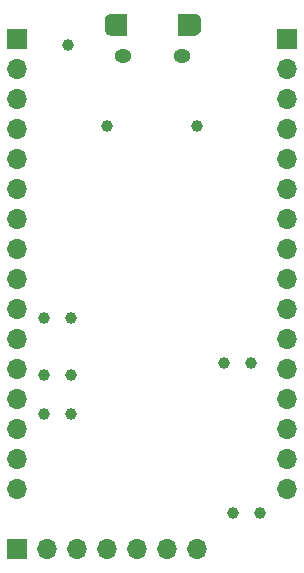
<source format=gbs>
G04 #@! TF.GenerationSoftware,KiCad,Pcbnew,7.0.1*
G04 #@! TF.CreationDate,2024-07-03T15:15:49+02:00*
G04 #@! TF.ProjectId,iCE40DevBoard,69434534-3044-4657-9642-6f6172642e6b,rev?*
G04 #@! TF.SameCoordinates,Original*
G04 #@! TF.FileFunction,Soldermask,Bot*
G04 #@! TF.FilePolarity,Negative*
%FSLAX46Y46*%
G04 Gerber Fmt 4.6, Leading zero omitted, Abs format (unit mm)*
G04 Created by KiCad (PCBNEW 7.0.1) date 2024-07-03 15:15:49*
%MOMM*%
%LPD*%
G01*
G04 APERTURE LIST*
%ADD10C,0.010000*%
%ADD11O,1.700000X1.700000*%
%ADD12R,1.700000X1.700000*%
%ADD13O,1.454000X1.154000*%
%ADD14C,1.000000*%
G04 APERTURE END LIST*
D10*
X192759000Y-48656000D02*
X192787000Y-48658000D01*
X192815000Y-48662000D01*
X192843000Y-48667000D01*
X192871000Y-48674000D01*
X192898000Y-48682000D01*
X192925000Y-48691000D01*
X192952000Y-48702000D01*
X192977000Y-48714000D01*
X193002000Y-48728000D01*
X193027000Y-48743000D01*
X193050000Y-48759000D01*
X193073000Y-48776000D01*
X193095000Y-48795000D01*
X193115000Y-48815000D01*
X193135000Y-48835000D01*
X193154000Y-48857000D01*
X193171000Y-48880000D01*
X193187000Y-48903000D01*
X193202000Y-48927000D01*
X193216000Y-48953000D01*
X193228000Y-48978000D01*
X193239000Y-49005000D01*
X193248000Y-49032000D01*
X193256000Y-49059000D01*
X193263000Y-49087000D01*
X193268000Y-49115000D01*
X193272000Y-49143000D01*
X193274000Y-49171000D01*
X193275000Y-49200000D01*
X193275000Y-49860000D01*
X193274000Y-49889000D01*
X193272000Y-49917000D01*
X193268000Y-49945000D01*
X193263000Y-49973000D01*
X193256000Y-50001000D01*
X193248000Y-50028000D01*
X193239000Y-50055000D01*
X193228000Y-50082000D01*
X193216000Y-50107000D01*
X193202000Y-50133000D01*
X193187000Y-50157000D01*
X193171000Y-50180000D01*
X193154000Y-50203000D01*
X193135000Y-50225000D01*
X193115000Y-50245000D01*
X193095000Y-50265000D01*
X193073000Y-50284000D01*
X193050000Y-50301000D01*
X193027000Y-50317000D01*
X193002000Y-50332000D01*
X192977000Y-50346000D01*
X192952000Y-50358000D01*
X192925000Y-50369000D01*
X192898000Y-50378000D01*
X192871000Y-50386000D01*
X192843000Y-50393000D01*
X192815000Y-50398000D01*
X192787000Y-50402000D01*
X192759000Y-50404000D01*
X192730000Y-50405000D01*
X191430000Y-50405000D01*
X191430000Y-48655000D01*
X192730000Y-48655000D01*
X192759000Y-48656000D01*
G36*
X192759000Y-48656000D02*
G01*
X192787000Y-48658000D01*
X192815000Y-48662000D01*
X192843000Y-48667000D01*
X192871000Y-48674000D01*
X192898000Y-48682000D01*
X192925000Y-48691000D01*
X192952000Y-48702000D01*
X192977000Y-48714000D01*
X193002000Y-48728000D01*
X193027000Y-48743000D01*
X193050000Y-48759000D01*
X193073000Y-48776000D01*
X193095000Y-48795000D01*
X193115000Y-48815000D01*
X193135000Y-48835000D01*
X193154000Y-48857000D01*
X193171000Y-48880000D01*
X193187000Y-48903000D01*
X193202000Y-48927000D01*
X193216000Y-48953000D01*
X193228000Y-48978000D01*
X193239000Y-49005000D01*
X193248000Y-49032000D01*
X193256000Y-49059000D01*
X193263000Y-49087000D01*
X193268000Y-49115000D01*
X193272000Y-49143000D01*
X193274000Y-49171000D01*
X193275000Y-49200000D01*
X193275000Y-49860000D01*
X193274000Y-49889000D01*
X193272000Y-49917000D01*
X193268000Y-49945000D01*
X193263000Y-49973000D01*
X193256000Y-50001000D01*
X193248000Y-50028000D01*
X193239000Y-50055000D01*
X193228000Y-50082000D01*
X193216000Y-50107000D01*
X193202000Y-50133000D01*
X193187000Y-50157000D01*
X193171000Y-50180000D01*
X193154000Y-50203000D01*
X193135000Y-50225000D01*
X193115000Y-50245000D01*
X193095000Y-50265000D01*
X193073000Y-50284000D01*
X193050000Y-50301000D01*
X193027000Y-50317000D01*
X193002000Y-50332000D01*
X192977000Y-50346000D01*
X192952000Y-50358000D01*
X192925000Y-50369000D01*
X192898000Y-50378000D01*
X192871000Y-50386000D01*
X192843000Y-50393000D01*
X192815000Y-50398000D01*
X192787000Y-50402000D01*
X192759000Y-50404000D01*
X192730000Y-50405000D01*
X191430000Y-50405000D01*
X191430000Y-48655000D01*
X192730000Y-48655000D01*
X192759000Y-48656000D01*
G37*
X187030000Y-50405000D02*
X185730000Y-50405000D01*
X185701000Y-50404000D01*
X185673000Y-50402000D01*
X185645000Y-50398000D01*
X185617000Y-50393000D01*
X185589000Y-50386000D01*
X185562000Y-50378000D01*
X185535000Y-50369000D01*
X185508000Y-50358000D01*
X185483000Y-50346000D01*
X185458000Y-50332000D01*
X185433000Y-50317000D01*
X185410000Y-50301000D01*
X185387000Y-50284000D01*
X185365000Y-50265000D01*
X185345000Y-50245000D01*
X185325000Y-50225000D01*
X185306000Y-50203000D01*
X185289000Y-50180000D01*
X185273000Y-50157000D01*
X185258000Y-50133000D01*
X185244000Y-50107000D01*
X185232000Y-50082000D01*
X185221000Y-50055000D01*
X185212000Y-50028000D01*
X185204000Y-50001000D01*
X185197000Y-49973000D01*
X185192000Y-49945000D01*
X185188000Y-49917000D01*
X185186000Y-49889000D01*
X185185000Y-49860000D01*
X185185000Y-49200000D01*
X185186000Y-49171000D01*
X185188000Y-49143000D01*
X185192000Y-49115000D01*
X185197000Y-49087000D01*
X185204000Y-49059000D01*
X185212000Y-49032000D01*
X185221000Y-49005000D01*
X185232000Y-48978000D01*
X185244000Y-48953000D01*
X185258000Y-48927000D01*
X185273000Y-48903000D01*
X185289000Y-48880000D01*
X185306000Y-48857000D01*
X185325000Y-48835000D01*
X185345000Y-48815000D01*
X185365000Y-48795000D01*
X185387000Y-48776000D01*
X185410000Y-48759000D01*
X185433000Y-48743000D01*
X185458000Y-48728000D01*
X185483000Y-48714000D01*
X185508000Y-48702000D01*
X185535000Y-48691000D01*
X185562000Y-48682000D01*
X185589000Y-48674000D01*
X185617000Y-48667000D01*
X185645000Y-48662000D01*
X185673000Y-48658000D01*
X185701000Y-48656000D01*
X185730000Y-48655000D01*
X187030000Y-48655000D01*
X187030000Y-50405000D01*
G36*
X187030000Y-50405000D02*
G01*
X185730000Y-50405000D01*
X185701000Y-50404000D01*
X185673000Y-50402000D01*
X185645000Y-50398000D01*
X185617000Y-50393000D01*
X185589000Y-50386000D01*
X185562000Y-50378000D01*
X185535000Y-50369000D01*
X185508000Y-50358000D01*
X185483000Y-50346000D01*
X185458000Y-50332000D01*
X185433000Y-50317000D01*
X185410000Y-50301000D01*
X185387000Y-50284000D01*
X185365000Y-50265000D01*
X185345000Y-50245000D01*
X185325000Y-50225000D01*
X185306000Y-50203000D01*
X185289000Y-50180000D01*
X185273000Y-50157000D01*
X185258000Y-50133000D01*
X185244000Y-50107000D01*
X185232000Y-50082000D01*
X185221000Y-50055000D01*
X185212000Y-50028000D01*
X185204000Y-50001000D01*
X185197000Y-49973000D01*
X185192000Y-49945000D01*
X185188000Y-49917000D01*
X185186000Y-49889000D01*
X185185000Y-49860000D01*
X185185000Y-49200000D01*
X185186000Y-49171000D01*
X185188000Y-49143000D01*
X185192000Y-49115000D01*
X185197000Y-49087000D01*
X185204000Y-49059000D01*
X185212000Y-49032000D01*
X185221000Y-49005000D01*
X185232000Y-48978000D01*
X185244000Y-48953000D01*
X185258000Y-48927000D01*
X185273000Y-48903000D01*
X185289000Y-48880000D01*
X185306000Y-48857000D01*
X185325000Y-48835000D01*
X185345000Y-48815000D01*
X185365000Y-48795000D01*
X185387000Y-48776000D01*
X185410000Y-48759000D01*
X185433000Y-48743000D01*
X185458000Y-48728000D01*
X185483000Y-48714000D01*
X185508000Y-48702000D01*
X185535000Y-48691000D01*
X185562000Y-48682000D01*
X185589000Y-48674000D01*
X185617000Y-48667000D01*
X185645000Y-48662000D01*
X185673000Y-48658000D01*
X185701000Y-48656000D01*
X185730000Y-48655000D01*
X187030000Y-48655000D01*
X187030000Y-50405000D01*
G37*
D11*
X177800000Y-88900000D03*
X177800000Y-86360000D03*
X177800000Y-83820000D03*
X177800000Y-81280000D03*
X177800000Y-78740000D03*
X177800000Y-76200000D03*
X177800000Y-73660000D03*
X177800000Y-71120000D03*
X177800000Y-68580000D03*
X177800000Y-66040000D03*
X177800000Y-63500000D03*
X177800000Y-60960000D03*
X177800000Y-58420000D03*
X177800000Y-55880000D03*
X177800000Y-53340000D03*
D12*
X177800000Y-50800000D03*
D11*
X193040000Y-93980000D03*
X190500000Y-93980000D03*
X187960000Y-93980000D03*
X185420000Y-93980000D03*
X182880000Y-93980000D03*
X180340000Y-93980000D03*
D12*
X177800000Y-93980000D03*
D13*
X191730000Y-52230000D03*
X186730000Y-52230000D03*
D12*
X200660000Y-50800000D03*
D11*
X200660000Y-53340000D03*
X200660000Y-55880000D03*
X200660000Y-58420000D03*
X200660000Y-60960000D03*
X200660000Y-63500000D03*
X200660000Y-66040000D03*
X200660000Y-68580000D03*
X200660000Y-71120000D03*
X200660000Y-73660000D03*
X200660000Y-76200000D03*
X200660000Y-78740000D03*
X200660000Y-81280000D03*
X200660000Y-83820000D03*
X200660000Y-86360000D03*
X200660000Y-88900000D03*
D14*
X198374000Y-90932000D03*
X182118000Y-51308000D03*
X182372000Y-79248000D03*
X180086000Y-79248000D03*
X193040000Y-58166000D03*
X195326000Y-78232000D03*
X182372000Y-74422000D03*
X185420000Y-58166000D03*
X182372000Y-82550000D03*
X180086000Y-74422000D03*
X196088000Y-90932000D03*
X180086000Y-82550000D03*
X197612000Y-78232000D03*
M02*

</source>
